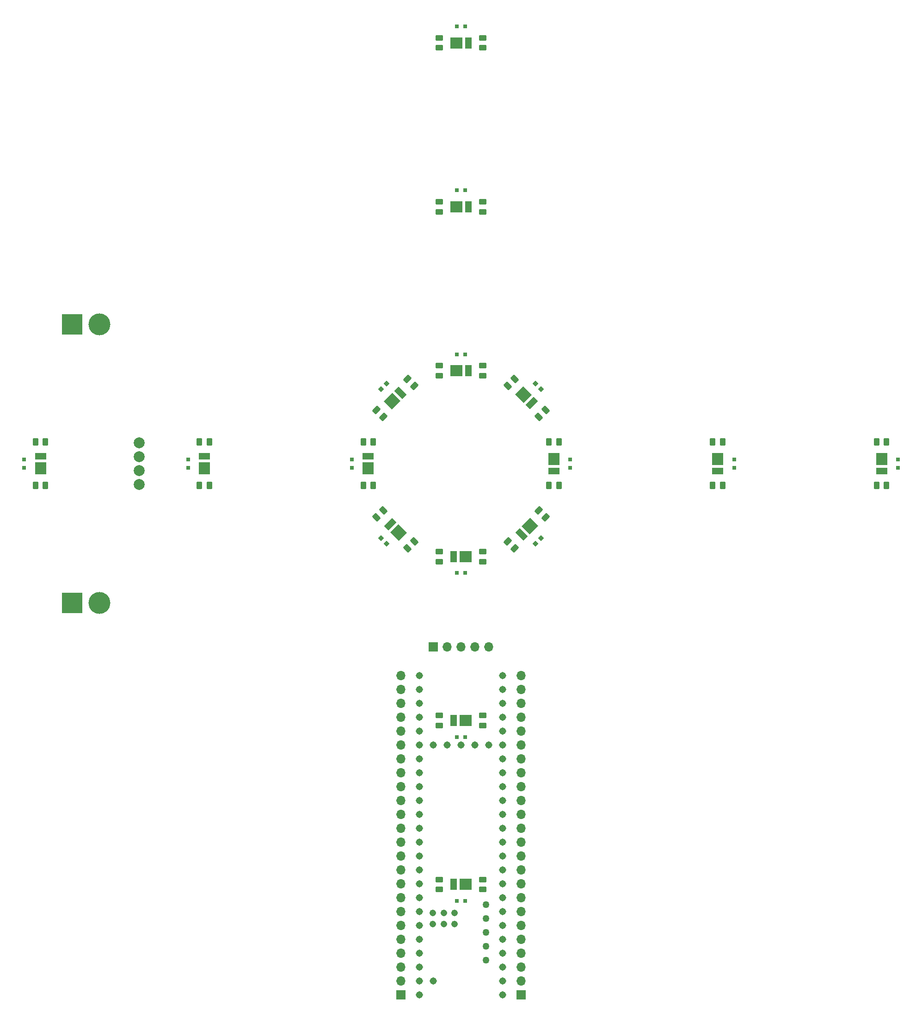
<source format=gbr>
%TF.GenerationSoftware,KiCad,Pcbnew,7.0.6-0*%
%TF.CreationDate,2023-09-14T10:32:23+10:00*%
%TF.ProjectId,Line 3.1,4c696e65-2033-42e3-912e-6b696361645f,rev?*%
%TF.SameCoordinates,Original*%
%TF.FileFunction,Soldermask,Bot*%
%TF.FilePolarity,Negative*%
%FSLAX46Y46*%
G04 Gerber Fmt 4.6, Leading zero omitted, Abs format (unit mm)*
G04 Created by KiCad (PCBNEW 7.0.6-0) date 2023-09-14 10:32:23*
%MOMM*%
%LPD*%
G01*
G04 APERTURE LIST*
G04 Aperture macros list*
%AMRoundRect*
0 Rectangle with rounded corners*
0 $1 Rounding radius*
0 $2 $3 $4 $5 $6 $7 $8 $9 X,Y pos of 4 corners*
0 Add a 4 corners polygon primitive as box body*
4,1,4,$2,$3,$4,$5,$6,$7,$8,$9,$2,$3,0*
0 Add four circle primitives for the rounded corners*
1,1,$1+$1,$2,$3*
1,1,$1+$1,$4,$5*
1,1,$1+$1,$6,$7*
1,1,$1+$1,$8,$9*
0 Add four rect primitives between the rounded corners*
20,1,$1+$1,$2,$3,$4,$5,0*
20,1,$1+$1,$4,$5,$6,$7,0*
20,1,$1+$1,$6,$7,$8,$9,0*
20,1,$1+$1,$8,$9,$2,$3,0*%
%AMRotRect*
0 Rectangle, with rotation*
0 The origin of the aperture is its center*
0 $1 length*
0 $2 width*
0 $3 Rotation angle, in degrees counterclockwise*
0 Add horizontal line*
21,1,$1,$2,0,0,$3*%
G04 Aperture macros list end*
%ADD10R,3.800000X3.800000*%
%ADD11C,4.000000*%
%ADD12R,1.700000X1.700000*%
%ADD13O,1.700000X1.700000*%
%ADD14C,1.308000*%
%ADD15C,1.258000*%
%ADD16C,1.208000*%
%ADD17C,2.000000*%
%ADD18R,2.257400X2.108200*%
%ADD19R,1.190600X2.108200*%
%ADD20RotRect,0.800000X0.800000X45.000000*%
%ADD21RoundRect,0.250000X-0.262500X-0.450000X0.262500X-0.450000X0.262500X0.450000X-0.262500X0.450000X0*%
%ADD22RoundRect,0.250000X0.450000X-0.262500X0.450000X0.262500X-0.450000X0.262500X-0.450000X-0.262500X0*%
%ADD23RoundRect,0.250000X0.262500X0.450000X-0.262500X0.450000X-0.262500X-0.450000X0.262500X-0.450000X0*%
%ADD24R,2.108200X2.257400*%
%ADD25R,2.108200X1.190600*%
%ADD26RotRect,2.257400X2.108200X45.000000*%
%ADD27RotRect,1.190600X2.108200X45.000000*%
%ADD28R,0.800000X0.800000*%
%ADD29RoundRect,0.250000X-0.450000X0.262500X-0.450000X-0.262500X0.450000X-0.262500X0.450000X0.262500X0*%
%ADD30RoundRect,0.250000X-0.132583X0.503814X-0.503814X0.132583X0.132583X-0.503814X0.503814X-0.132583X0*%
%ADD31RoundRect,0.250000X0.132583X-0.503814X0.503814X-0.132583X-0.132583X0.503814X-0.503814X0.132583X0*%
%ADD32RotRect,0.800000X0.800000X225.000000*%
%ADD33RoundRect,0.250000X0.503814X0.132583X0.132583X0.503814X-0.503814X-0.132583X-0.132583X-0.503814X0*%
%ADD34RotRect,0.800000X0.800000X315.000000*%
%ADD35RotRect,0.800000X0.800000X135.000000*%
%ADD36RoundRect,0.250000X-0.503814X-0.132583X-0.132583X-0.503814X0.503814X0.132583X0.132583X0.503814X0*%
%ADD37RotRect,2.257400X2.108200X225.000000*%
%ADD38RotRect,1.190600X2.108200X225.000000*%
%ADD39RotRect,2.257400X2.108200X315.000000*%
%ADD40RotRect,1.190600X2.108200X315.000000*%
%ADD41RotRect,2.257400X2.108200X135.000000*%
%ADD42RotRect,1.190600X2.108200X135.000000*%
G04 APERTURE END LIST*
D10*
%TO.C,J2*%
X78750000Y-124500000D03*
D11*
X83750000Y-124500000D03*
%TD*%
D10*
%TO.C,J4*%
X78750000Y-175500000D03*
D11*
X83750000Y-175500000D03*
%TD*%
D12*
%TO.C,J11*%
X161000000Y-247220000D03*
D13*
X161000000Y-244680000D03*
X161000000Y-242140000D03*
X161000000Y-239600000D03*
X161000000Y-237060000D03*
X161000000Y-234520000D03*
X161000000Y-231980000D03*
X161000000Y-229440000D03*
X161000000Y-226900000D03*
X161000000Y-224360000D03*
X161000000Y-221820000D03*
X161000000Y-219280000D03*
X161000000Y-216740000D03*
X161000000Y-214200000D03*
X161000000Y-211660000D03*
X161000000Y-209120000D03*
X161000000Y-206580000D03*
X161000000Y-204040000D03*
X161000000Y-201500000D03*
X161000000Y-198960000D03*
X161000000Y-196420000D03*
X161000000Y-193880000D03*
X161000000Y-191340000D03*
X161000000Y-188800000D03*
%TD*%
D12*
%TO.C,J12*%
X139000000Y-247220000D03*
D13*
X139000000Y-244680000D03*
X139000000Y-242140000D03*
X139000000Y-239600000D03*
X139000000Y-237060000D03*
X139000000Y-234520000D03*
X139000000Y-231980000D03*
X139000000Y-229440000D03*
X139000000Y-226900000D03*
X139000000Y-224360000D03*
X139000000Y-221820000D03*
X139000000Y-219280000D03*
X139000000Y-216740000D03*
X139000000Y-214200000D03*
X139000000Y-211660000D03*
X139000000Y-209120000D03*
X139000000Y-206580000D03*
X139000000Y-204040000D03*
X139000000Y-201500000D03*
X139000000Y-198960000D03*
X139000000Y-196420000D03*
X139000000Y-193880000D03*
X139000000Y-191340000D03*
X139000000Y-188800000D03*
%TD*%
D14*
%TO.C,U8*%
X157620000Y-244680000D03*
X157620000Y-242140000D03*
X157620000Y-239600000D03*
X157620000Y-237060000D03*
X157620000Y-211660000D03*
X142380000Y-242140000D03*
X152540000Y-201500000D03*
X157620000Y-234520000D03*
X157620000Y-231980000D03*
D15*
X154570000Y-240870000D03*
D14*
X157620000Y-229440000D03*
X157620000Y-226900000D03*
X157620000Y-224360000D03*
X157620000Y-221820000D03*
X157620000Y-219280000D03*
X157620000Y-216740000D03*
X157620000Y-214200000D03*
X142380000Y-214200000D03*
X142380000Y-216740000D03*
X142380000Y-219280000D03*
X142380000Y-221820000D03*
X142380000Y-224360000D03*
X142380000Y-226900000D03*
X142380000Y-229440000D03*
X142380000Y-231980000D03*
X142380000Y-234520000D03*
X142380000Y-237060000D03*
X142380000Y-239600000D03*
X157620000Y-209120000D03*
X157620000Y-206580000D03*
X157620000Y-204040000D03*
X157620000Y-201500000D03*
X157620000Y-198960000D03*
X157620000Y-196420000D03*
X157620000Y-193880000D03*
X157620000Y-191340000D03*
X157620000Y-188800000D03*
X142380000Y-188800000D03*
X142380000Y-191340000D03*
X142380000Y-193880000D03*
X142380000Y-196420000D03*
X142380000Y-198960000D03*
X142380000Y-201500000D03*
X142380000Y-204040000D03*
X142380000Y-206580000D03*
X142380000Y-209120000D03*
D15*
X154570000Y-235790000D03*
X154570000Y-238330000D03*
D14*
X157620000Y-247220000D03*
X142380000Y-211660000D03*
X142380000Y-244680000D03*
X150000000Y-201500000D03*
D16*
X146830000Y-232250000D03*
X146830000Y-234250000D03*
D14*
X144920000Y-201500000D03*
X147460000Y-201500000D03*
D16*
X144830000Y-234250000D03*
X144830000Y-232250000D03*
X148830000Y-232250000D03*
X148830000Y-234250000D03*
D15*
X154570000Y-233250000D03*
X154570000Y-230710000D03*
D14*
X155080000Y-201500000D03*
X142380000Y-247220000D03*
X144920000Y-244680000D03*
%TD*%
D12*
%TO.C,J13*%
X144925000Y-183500000D03*
D13*
X147465000Y-183500000D03*
X150005000Y-183500000D03*
X152545000Y-183500000D03*
X155085000Y-183500000D03*
%TD*%
D17*
%TO.C,U1*%
X91080000Y-153810000D03*
X91080000Y-151270000D03*
X91080000Y-148730000D03*
X91080000Y-146190000D03*
%TD*%
D18*
%TO.C,LED5*%
X149176100Y-103000000D03*
D19*
X151357300Y-103000000D03*
%TD*%
D20*
%TO.C,A12*%
X163611806Y-164672466D03*
X164672466Y-163611806D03*
%TD*%
D21*
%TO.C,R14*%
X196087500Y-146000000D03*
X197912500Y-146000000D03*
%TD*%
%TO.C,R4*%
X72087500Y-146000000D03*
X73912500Y-146000000D03*
%TD*%
D22*
%TO.C,R13*%
X146000000Y-103912500D03*
X146000000Y-102087500D03*
%TD*%
D23*
%TO.C,R19*%
X167912500Y-154000000D03*
X166087500Y-154000000D03*
%TD*%
D24*
%TO.C,LED2*%
X227000000Y-149176100D03*
D25*
X227000000Y-151357300D03*
%TD*%
D26*
%TO.C,LED16*%
X137396600Y-138561770D03*
D27*
X138938941Y-137019429D03*
%TD*%
D21*
%TO.C,R23*%
X132087500Y-146000000D03*
X133912500Y-146000000D03*
%TD*%
D28*
%TO.C,A3*%
X149250000Y-230000000D03*
X150750000Y-230000000D03*
%TD*%
D23*
%TO.C,R16*%
X103912500Y-154000000D03*
X102087500Y-154000000D03*
%TD*%
D28*
%TO.C,A2*%
X230000000Y-150750000D03*
X230000000Y-149250000D03*
%TD*%
D18*
%TO.C,LED3*%
X150823900Y-227000000D03*
D19*
X148642700Y-227000000D03*
%TD*%
D29*
%TO.C,R11*%
X154000000Y-226087500D03*
X154000000Y-227912500D03*
%TD*%
D30*
%TO.C,R18*%
X165494477Y-140162377D03*
X164204007Y-141452847D03*
%TD*%
D22*
%TO.C,R7*%
X146000000Y-197912500D03*
X146000000Y-196087500D03*
%TD*%
%TO.C,R3*%
X146000000Y-227912500D03*
X146000000Y-226087500D03*
%TD*%
D31*
%TO.C,R26*%
X158547153Y-135795993D03*
X159837623Y-134505523D03*
%TD*%
D32*
%TO.C,A16*%
X136388194Y-135327534D03*
X135327534Y-136388194D03*
%TD*%
D24*
%TO.C,LED6*%
X197000000Y-149176100D03*
D25*
X197000000Y-151357300D03*
%TD*%
D33*
%TO.C,R32*%
X135795993Y-141452847D03*
X134505523Y-140162377D03*
%TD*%
D34*
%TO.C,A14*%
X135327534Y-163611806D03*
X136388194Y-164672466D03*
%TD*%
D23*
%TO.C,R6*%
X197912500Y-154000000D03*
X196087500Y-154000000D03*
%TD*%
D29*
%TO.C,R15*%
X154000000Y-196087500D03*
X154000000Y-197912500D03*
%TD*%
D35*
%TO.C,A10*%
X164672466Y-136388194D03*
X163611806Y-135327534D03*
%TD*%
D22*
%TO.C,R25*%
X146000000Y-133912500D03*
X146000000Y-132087500D03*
%TD*%
D28*
%TO.C,A13*%
X149250000Y-170000000D03*
X150750000Y-170000000D03*
%TD*%
D36*
%TO.C,R28*%
X164204007Y-158547153D03*
X165494477Y-159837623D03*
%TD*%
D21*
%TO.C,R10*%
X226087500Y-146000000D03*
X227912500Y-146000000D03*
%TD*%
D37*
%TO.C,LED12*%
X162603400Y-161438230D03*
D38*
X161061059Y-162980571D03*
%TD*%
D18*
%TO.C,LED7*%
X150823900Y-197000000D03*
D19*
X148642700Y-197000000D03*
%TD*%
D31*
%TO.C,R22*%
X134505523Y-159837623D03*
X135795993Y-158547153D03*
%TD*%
D24*
%TO.C,LED11*%
X167000000Y-149176100D03*
D25*
X167000000Y-151357300D03*
%TD*%
D21*
%TO.C,R27*%
X166087500Y-146000000D03*
X167912500Y-146000000D03*
%TD*%
D28*
%TO.C,A15*%
X130000000Y-149250000D03*
X130000000Y-150750000D03*
%TD*%
%TO.C,A6*%
X200000000Y-150750000D03*
X200000000Y-149250000D03*
%TD*%
D18*
%TO.C,LED1*%
X149176100Y-73000000D03*
D19*
X151357300Y-73000000D03*
%TD*%
D28*
%TO.C,A9*%
X150750000Y-130000000D03*
X149250000Y-130000000D03*
%TD*%
D22*
%TO.C,R21*%
X146000000Y-167912500D03*
X146000000Y-166087500D03*
%TD*%
D18*
%TO.C,LED13*%
X150823900Y-167000000D03*
D19*
X148642700Y-167000000D03*
%TD*%
D24*
%TO.C,LED8*%
X103000000Y-150823900D03*
D25*
X103000000Y-148642700D03*
%TD*%
D28*
%TO.C,A1*%
X150750000Y-70000000D03*
X149250000Y-70000000D03*
%TD*%
%TO.C,A8*%
X100000000Y-149250000D03*
X100000000Y-150750000D03*
%TD*%
D23*
%TO.C,R2*%
X227912500Y-154000000D03*
X226087500Y-154000000D03*
%TD*%
D39*
%TO.C,LED10*%
X161438230Y-137396600D03*
D40*
X162980571Y-138938941D03*
%TD*%
D29*
%TO.C,R1*%
X154000000Y-72087500D03*
X154000000Y-73912500D03*
%TD*%
D33*
%TO.C,R20*%
X159837623Y-165494477D03*
X158547153Y-164204007D03*
%TD*%
D22*
%TO.C,R9*%
X146000000Y-73912500D03*
X146000000Y-72087500D03*
%TD*%
D21*
%TO.C,R8*%
X102087500Y-146000000D03*
X103912500Y-146000000D03*
%TD*%
D29*
%TO.C,R29*%
X154000000Y-166087500D03*
X154000000Y-167912500D03*
%TD*%
D23*
%TO.C,R31*%
X133912500Y-154000000D03*
X132087500Y-154000000D03*
%TD*%
D29*
%TO.C,R5*%
X154000000Y-102087500D03*
X154000000Y-103912500D03*
%TD*%
D28*
%TO.C,A5*%
X150750000Y-100000000D03*
X149250000Y-100000000D03*
%TD*%
D36*
%TO.C,R24*%
X140162377Y-134505523D03*
X141452847Y-135795993D03*
%TD*%
D28*
%TO.C,A4*%
X70000000Y-149250000D03*
X70000000Y-150750000D03*
%TD*%
D18*
%TO.C,LED9*%
X149176100Y-133000000D03*
D19*
X151357300Y-133000000D03*
%TD*%
D30*
%TO.C,R30*%
X141452847Y-164204007D03*
X140162377Y-165494477D03*
%TD*%
D28*
%TO.C,A11*%
X170000000Y-150750000D03*
X170000000Y-149250000D03*
%TD*%
D41*
%TO.C,LED14*%
X138561770Y-162603400D03*
D42*
X137019429Y-161061059D03*
%TD*%
D28*
%TO.C,A7*%
X149250000Y-200000000D03*
X150750000Y-200000000D03*
%TD*%
D24*
%TO.C,LED4*%
X73000000Y-150823900D03*
D25*
X73000000Y-148642700D03*
%TD*%
D23*
%TO.C,R12*%
X73912500Y-154000000D03*
X72087500Y-154000000D03*
%TD*%
D24*
%TO.C,LED15*%
X133000000Y-150823900D03*
D25*
X133000000Y-148642700D03*
%TD*%
D29*
%TO.C,R17*%
X154000000Y-132087500D03*
X154000000Y-133912500D03*
%TD*%
M02*

</source>
